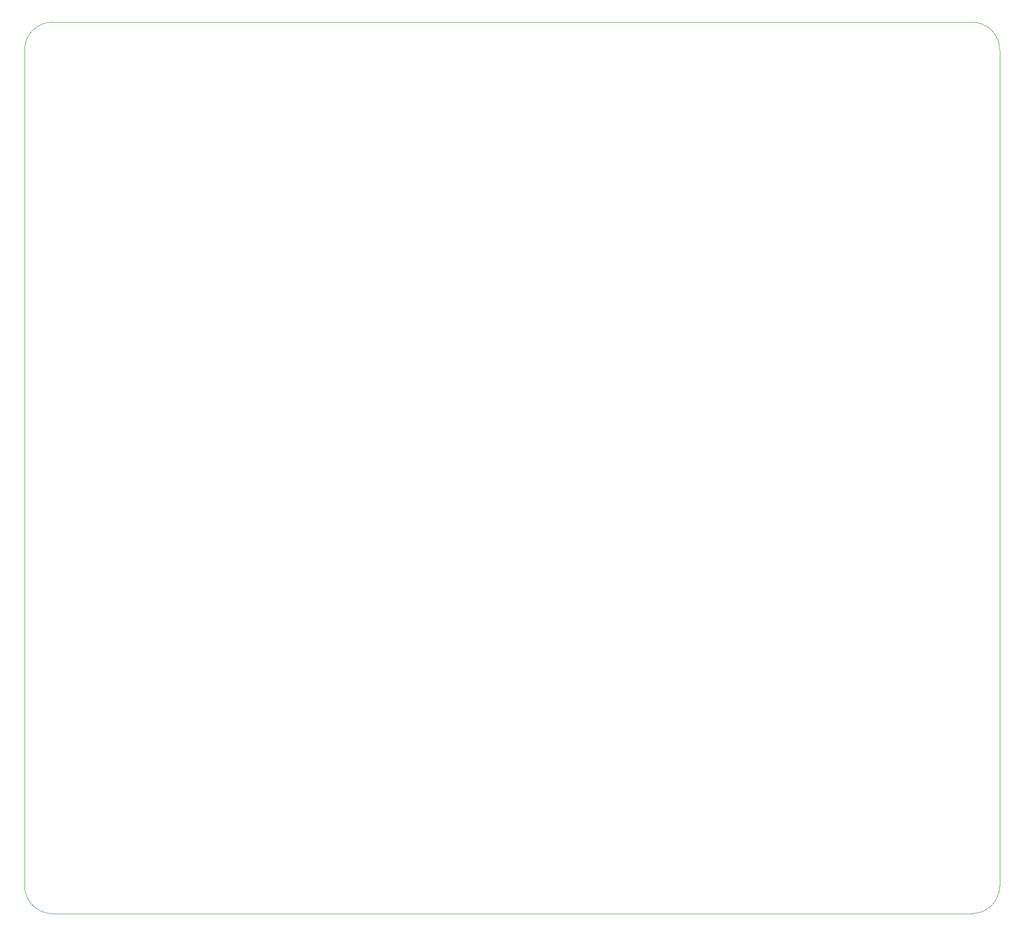
<source format=gbr>
%TF.GenerationSoftware,KiCad,Pcbnew,9.0.3*%
%TF.CreationDate,2025-09-16T14:49:37-04:00*%
%TF.ProjectId,9_TOF_PDU,395f544f-465f-4504-9455-2e6b69636164,rev?*%
%TF.SameCoordinates,Original*%
%TF.FileFunction,Profile,NP*%
%FSLAX46Y46*%
G04 Gerber Fmt 4.6, Leading zero omitted, Abs format (unit mm)*
G04 Created by KiCad (PCBNEW 9.0.3) date 2025-09-16 14:49:37*
%MOMM*%
%LPD*%
G01*
G04 APERTURE LIST*
%TA.AperFunction,Profile*%
%ADD10C,0.050000*%
%TD*%
G04 APERTURE END LIST*
D10*
X289560000Y-93980000D02*
X289560000Y-63500000D01*
X284480000Y-58420000D02*
X116840000Y-58420000D01*
X289560000Y-215900000D02*
X289560000Y-93980000D01*
X289560000Y-215900000D02*
G75*
G02*
X284480000Y-220980000I-5080000J0D01*
G01*
X116840000Y-220980000D02*
X284480000Y-220980000D01*
X111760000Y-63500000D02*
G75*
G02*
X116840000Y-58420000I5080000J0D01*
G01*
X116840000Y-220980000D02*
G75*
G02*
X111760000Y-215900000I0J5080000D01*
G01*
X111760000Y-63500000D02*
X111760000Y-215900000D01*
X284480000Y-58420000D02*
G75*
G02*
X289560000Y-63500000I0J-5080000D01*
G01*
M02*

</source>
